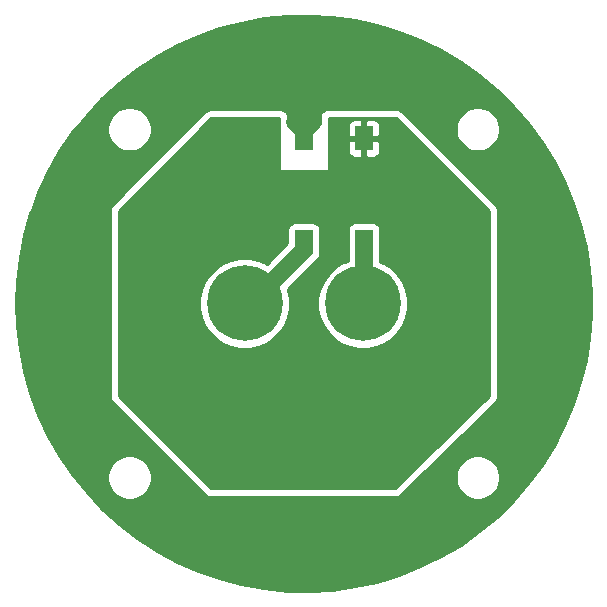
<source format=gbr>
%TF.GenerationSoftware,KiCad,Pcbnew,(5.1.9-0-10_14)*%
%TF.CreationDate,2021-08-05T12:05:48+01:00*%
%TF.ProjectId,gu10-12v-lamp,67753130-2d31-4327-962d-6c616d702e6b,rev?*%
%TF.SameCoordinates,Original*%
%TF.FileFunction,Copper,L2,Bot*%
%TF.FilePolarity,Positive*%
%FSLAX46Y46*%
G04 Gerber Fmt 4.6, Leading zero omitted, Abs format (unit mm)*
G04 Created by KiCad (PCBNEW (5.1.9-0-10_14)) date 2021-08-05 12:05:48*
%MOMM*%
%LPD*%
G01*
G04 APERTURE LIST*
%TA.AperFunction,ComponentPad*%
%ADD10C,0.800000*%
%TD*%
%TA.AperFunction,ComponentPad*%
%ADD11C,6.400000*%
%TD*%
%TA.AperFunction,SMDPad,CuDef*%
%ADD12R,1.500000X2.000000*%
%TD*%
%TA.AperFunction,ViaPad*%
%ADD13C,0.800000*%
%TD*%
%TA.AperFunction,ViaPad*%
%ADD14C,1.000000*%
%TD*%
%TA.AperFunction,Conductor*%
%ADD15C,1.500000*%
%TD*%
%TA.AperFunction,Conductor*%
%ADD16C,0.254000*%
%TD*%
%TA.AperFunction,Conductor*%
%ADD17C,0.100000*%
%TD*%
G04 APERTURE END LIST*
D10*
%TO.P,H2,1*%
%TO.N,Net-(D1-Pad3)*%
X156697056Y-98302944D03*
X155000000Y-97600000D03*
X153302944Y-98302944D03*
X152600000Y-100000000D03*
X153302944Y-101697056D03*
X155000000Y-102400000D03*
X156697056Y-101697056D03*
X157400000Y-100000000D03*
D11*
X155000000Y-100000000D03*
%TD*%
D10*
%TO.P,H1,1*%
%TO.N,Net-(D1-Pad4)*%
X146697056Y-98302944D03*
X145000000Y-97600000D03*
X143302944Y-98302944D03*
X142600000Y-100000000D03*
X143302944Y-101697056D03*
X145000000Y-102400000D03*
X146697056Y-101697056D03*
X147400000Y-100000000D03*
D11*
X145000000Y-100000000D03*
%TD*%
D12*
%TO.P,D1,4*%
%TO.N,Net-(D1-Pad4)*%
X150000000Y-94770000D03*
%TO.P,D1,3*%
%TO.N,Net-(D1-Pad3)*%
X155100000Y-94770000D03*
%TO.P,D1,2*%
%TO.N,GND*%
X155100000Y-86030000D03*
%TO.P,D1,1*%
%TO.N,+12V*%
X150000000Y-86030000D03*
%TD*%
D13*
%TO.N,GND*%
X158260000Y-88170000D03*
X159160000Y-87670000D03*
X159160000Y-86670000D03*
X158260000Y-87170000D03*
X158260000Y-86170000D03*
X160200000Y-92000000D03*
X161100000Y-90500000D03*
X158400000Y-90000000D03*
X162000000Y-91000000D03*
X162000000Y-90000000D03*
X158400000Y-92000000D03*
X158400000Y-91000000D03*
X160200000Y-90000000D03*
X161100000Y-91500000D03*
X159300000Y-91500000D03*
X160200000Y-91000000D03*
X159300000Y-90500000D03*
X138000000Y-108600000D03*
X139800000Y-108600000D03*
X138900000Y-110100000D03*
X141600000Y-110600000D03*
X138000000Y-109600000D03*
X138000000Y-110600000D03*
X141600000Y-108600000D03*
X141600000Y-109600000D03*
X139800000Y-110600000D03*
X138900000Y-109100000D03*
X140700000Y-109100000D03*
X139800000Y-109600000D03*
X140700000Y-110100000D03*
X141650000Y-92300000D03*
X139850000Y-92300000D03*
X140750000Y-90800000D03*
X141650000Y-91300000D03*
X141650000Y-90300000D03*
X139850000Y-90300000D03*
X140750000Y-91800000D03*
X138950000Y-91800000D03*
X139850000Y-91300000D03*
X138950000Y-90800000D03*
X160200000Y-110100000D03*
X161100000Y-108600000D03*
X158400000Y-108100000D03*
X158400000Y-110100000D03*
X158400000Y-109100000D03*
X160200000Y-108100000D03*
X161100000Y-109600000D03*
X159300000Y-109600000D03*
X160200000Y-109100000D03*
X159300000Y-108600000D03*
X155200000Y-105200000D03*
X155200000Y-104200000D03*
X155200000Y-106200000D03*
X156100000Y-104700000D03*
X154300000Y-104700000D03*
X156100000Y-105700000D03*
X153400000Y-105200000D03*
X153400000Y-104200000D03*
X153400000Y-106200000D03*
X154300000Y-105700000D03*
X157000000Y-105200000D03*
X157000000Y-106200000D03*
X146600000Y-93550000D03*
X146600000Y-94550000D03*
X146600000Y-95550000D03*
X145700000Y-95050000D03*
X145700000Y-94050000D03*
X144800000Y-93550000D03*
X144800000Y-94550000D03*
X144800000Y-95550000D03*
X143000000Y-94550000D03*
X143000000Y-93550000D03*
X143900000Y-94050000D03*
X143900000Y-95050000D03*
X162000000Y-92000000D03*
D14*
X150000000Y-101500000D03*
X150000000Y-100000000D03*
X150000000Y-98500000D03*
D13*
%TO.N,+12V*%
X151500000Y-119000000D03*
X148800000Y-118500000D03*
X149700000Y-117000000D03*
X151500000Y-118000000D03*
X149700000Y-118000000D03*
X147900000Y-119000000D03*
X147900000Y-117000000D03*
X150600000Y-117500000D03*
X147900000Y-118000000D03*
X151500000Y-117000000D03*
X148800000Y-117500000D03*
X150600000Y-118500000D03*
X149700000Y-119000000D03*
X131400000Y-99250000D03*
X130900000Y-98350000D03*
X130400000Y-99250000D03*
X131400000Y-101050000D03*
X131900000Y-100150000D03*
X129900000Y-100150000D03*
X129900000Y-98350000D03*
X131900000Y-101950000D03*
X129900000Y-101950000D03*
X130400000Y-101050000D03*
X131900000Y-98350000D03*
X130900000Y-100150000D03*
X130900000Y-101950000D03*
X168450000Y-100900000D03*
X168950000Y-101800000D03*
X169450000Y-100900000D03*
X168450000Y-99100000D03*
X167950000Y-100000000D03*
X169950000Y-100000000D03*
X169950000Y-101800000D03*
X167950000Y-98200000D03*
X169950000Y-98200000D03*
X169450000Y-99100000D03*
X167950000Y-101800000D03*
X168950000Y-100000000D03*
X168950000Y-98200000D03*
X151800000Y-82850000D03*
X150000000Y-82850000D03*
X150900000Y-81350000D03*
X148200000Y-80850000D03*
X151800000Y-81850000D03*
X151800000Y-80850000D03*
X148200000Y-82850000D03*
X148200000Y-81850000D03*
X150000000Y-80850000D03*
X150900000Y-82350000D03*
X149100000Y-82350000D03*
X150000000Y-81850000D03*
X149100000Y-81350000D03*
%TD*%
D15*
%TO.N,+12V*%
X150000000Y-85341039D02*
X149263150Y-84604189D01*
X150000000Y-86030000D02*
X150000000Y-85341039D01*
X150000000Y-85425506D02*
X150733650Y-84691856D01*
X150000000Y-86030000D02*
X150000000Y-85425506D01*
X150000000Y-86030000D02*
X150000000Y-82100000D01*
%TO.N,Net-(D1-Pad4)*%
X150000000Y-94770000D02*
X150000000Y-94850000D01*
X150000000Y-95500000D02*
X146700000Y-98800000D01*
X150000000Y-94770000D02*
X150000000Y-95500000D01*
%TO.N,Net-(D1-Pad3)*%
X155100000Y-94770000D02*
X155100000Y-98400000D01*
%TD*%
D16*
%TO.N,+12V*%
X152417822Y-75760294D02*
X154336027Y-76029016D01*
X156226819Y-76449290D01*
X158078243Y-77018460D01*
X159878594Y-77732926D01*
X161616489Y-78588171D01*
X163280940Y-79578790D01*
X164861426Y-80698517D01*
X166347952Y-81940275D01*
X167731122Y-83296212D01*
X169002190Y-84757756D01*
X170153120Y-86315667D01*
X171176635Y-87960094D01*
X172066265Y-89680641D01*
X172816385Y-91466431D01*
X173422252Y-93306172D01*
X173880036Y-95188234D01*
X174186843Y-97100718D01*
X174340733Y-99031532D01*
X174340733Y-100968468D01*
X174186843Y-102899282D01*
X173880036Y-104811766D01*
X173422252Y-106693828D01*
X172816385Y-108533569D01*
X172066265Y-110319359D01*
X171176635Y-112039906D01*
X170153120Y-113684333D01*
X169002190Y-115242244D01*
X167731122Y-116703788D01*
X166347952Y-118059725D01*
X164861426Y-119301483D01*
X163280940Y-120421210D01*
X161616489Y-121411829D01*
X159878594Y-122267074D01*
X158078243Y-122981540D01*
X156226819Y-123550710D01*
X154336027Y-123970984D01*
X152417822Y-124239706D01*
X150484330Y-124355177D01*
X148547776Y-124316666D01*
X146620404Y-124124418D01*
X144714398Y-123779647D01*
X142841810Y-123284534D01*
X141014478Y-122642208D01*
X139243955Y-121856731D01*
X137541436Y-120933069D01*
X135917683Y-119877061D01*
X134382964Y-118695384D01*
X132946981Y-117395509D01*
X131618812Y-115985654D01*
X130478736Y-114564344D01*
X133365000Y-114564344D01*
X133365000Y-114935656D01*
X133437439Y-115299834D01*
X133579534Y-115642882D01*
X133785825Y-115951618D01*
X134048382Y-116214175D01*
X134357118Y-116420466D01*
X134700166Y-116562561D01*
X135064344Y-116635000D01*
X135435656Y-116635000D01*
X135799834Y-116562561D01*
X136142882Y-116420466D01*
X136451618Y-116214175D01*
X136714175Y-115951618D01*
X136920466Y-115642882D01*
X137062561Y-115299834D01*
X137135000Y-114935656D01*
X137135000Y-114564344D01*
X137062561Y-114200166D01*
X136920466Y-113857118D01*
X136714175Y-113548382D01*
X136451618Y-113285825D01*
X136142882Y-113079534D01*
X135799834Y-112937439D01*
X135435656Y-112865000D01*
X135064344Y-112865000D01*
X134700166Y-112937439D01*
X134357118Y-113079534D01*
X134048382Y-113285825D01*
X133785825Y-113548382D01*
X133579534Y-113857118D01*
X133437439Y-114200166D01*
X133365000Y-114564344D01*
X130478736Y-114564344D01*
X130406855Y-114474732D01*
X129318772Y-112872297D01*
X128361443Y-111188478D01*
X127540919Y-109433923D01*
X126862389Y-107619723D01*
X126330143Y-105757349D01*
X125947545Y-103858575D01*
X125717014Y-101935405D01*
X125640008Y-100000000D01*
X125717014Y-98064595D01*
X125947545Y-96141425D01*
X126330143Y-94242651D01*
X126862389Y-92380277D01*
X126967215Y-92100000D01*
X133565000Y-92100000D01*
X133565000Y-107900000D01*
X133577201Y-108023882D01*
X133613336Y-108143004D01*
X133672017Y-108252787D01*
X133750987Y-108349013D01*
X141650987Y-116249013D01*
X141747213Y-116327983D01*
X141856996Y-116386664D01*
X141976118Y-116422799D01*
X142100000Y-116435000D01*
X157800000Y-116435000D01*
X157919963Y-116423565D01*
X158039310Y-116388180D01*
X158149460Y-116330192D01*
X158246180Y-116251828D01*
X159955024Y-114564344D01*
X162865000Y-114564344D01*
X162865000Y-114935656D01*
X162937439Y-115299834D01*
X163079534Y-115642882D01*
X163285825Y-115951618D01*
X163548382Y-116214175D01*
X163857118Y-116420466D01*
X164200166Y-116562561D01*
X164564344Y-116635000D01*
X164935656Y-116635000D01*
X165299834Y-116562561D01*
X165642882Y-116420466D01*
X165951618Y-116214175D01*
X166214175Y-115951618D01*
X166420466Y-115642882D01*
X166562561Y-115299834D01*
X166635000Y-114935656D01*
X166635000Y-114564344D01*
X166562561Y-114200166D01*
X166420466Y-113857118D01*
X166214175Y-113548382D01*
X165951618Y-113285825D01*
X165642882Y-113079534D01*
X165299834Y-112937439D01*
X164935656Y-112865000D01*
X164564344Y-112865000D01*
X164200166Y-112937439D01*
X163857118Y-113079534D01*
X163548382Y-113285825D01*
X163285825Y-113548382D01*
X163079534Y-113857118D01*
X162937439Y-114200166D01*
X162865000Y-114564344D01*
X159955024Y-114564344D01*
X166246180Y-108351828D01*
X166327983Y-108252787D01*
X166386664Y-108143004D01*
X166422799Y-108023882D01*
X166435000Y-107900000D01*
X166435000Y-92100000D01*
X166422799Y-91976118D01*
X166386664Y-91856996D01*
X166327983Y-91747213D01*
X166249013Y-91650987D01*
X159662370Y-85064344D01*
X162865000Y-85064344D01*
X162865000Y-85435656D01*
X162937439Y-85799834D01*
X163079534Y-86142882D01*
X163285825Y-86451618D01*
X163548382Y-86714175D01*
X163857118Y-86920466D01*
X164200166Y-87062561D01*
X164564344Y-87135000D01*
X164935656Y-87135000D01*
X165299834Y-87062561D01*
X165642882Y-86920466D01*
X165951618Y-86714175D01*
X166214175Y-86451618D01*
X166420466Y-86142882D01*
X166562561Y-85799834D01*
X166635000Y-85435656D01*
X166635000Y-85064344D01*
X166562561Y-84700166D01*
X166420466Y-84357118D01*
X166214175Y-84048382D01*
X165951618Y-83785825D01*
X165642882Y-83579534D01*
X165299834Y-83437439D01*
X164935656Y-83365000D01*
X164564344Y-83365000D01*
X164200166Y-83437439D01*
X163857118Y-83579534D01*
X163548382Y-83785825D01*
X163285825Y-84048382D01*
X163079534Y-84357118D01*
X162937439Y-84700166D01*
X162865000Y-85064344D01*
X159662370Y-85064344D01*
X158349013Y-83750987D01*
X158252787Y-83672017D01*
X158143004Y-83613336D01*
X158023882Y-83577201D01*
X157900000Y-83565000D01*
X151975000Y-83565000D01*
X151847660Y-83577899D01*
X151728741Y-83614696D01*
X151619285Y-83673985D01*
X151523500Y-83753489D01*
X151445065Y-83850152D01*
X151386996Y-83960259D01*
X151351523Y-84079579D01*
X151340010Y-84203528D01*
X151343315Y-84798389D01*
X151339502Y-84785820D01*
X151280537Y-84675506D01*
X151201185Y-84578815D01*
X151104494Y-84499463D01*
X150994180Y-84440498D01*
X150874482Y-84404188D01*
X150750000Y-84391928D01*
X149250000Y-84391928D01*
X149125518Y-84404188D01*
X149005820Y-84440498D01*
X148895506Y-84499463D01*
X148798815Y-84578815D01*
X148719463Y-84675506D01*
X148663236Y-84780698D01*
X148659990Y-84196472D01*
X148647799Y-84076118D01*
X148611664Y-83956996D01*
X148552983Y-83847213D01*
X148474013Y-83750987D01*
X148377787Y-83672017D01*
X148268004Y-83613336D01*
X148148882Y-83577201D01*
X148025000Y-83565000D01*
X142100000Y-83565000D01*
X141976118Y-83577201D01*
X141856996Y-83613336D01*
X141747213Y-83672017D01*
X141650987Y-83750987D01*
X133750987Y-91650987D01*
X133672017Y-91747213D01*
X133613336Y-91856996D01*
X133577201Y-91976118D01*
X133565000Y-92100000D01*
X126967215Y-92100000D01*
X127540919Y-90566077D01*
X128361443Y-88811522D01*
X129318772Y-87127703D01*
X130406855Y-85525268D01*
X130776576Y-85064344D01*
X133365000Y-85064344D01*
X133365000Y-85435656D01*
X133437439Y-85799834D01*
X133579534Y-86142882D01*
X133785825Y-86451618D01*
X134048382Y-86714175D01*
X134357118Y-86920466D01*
X134700166Y-87062561D01*
X135064344Y-87135000D01*
X135435656Y-87135000D01*
X135799834Y-87062561D01*
X136142882Y-86920466D01*
X136451618Y-86714175D01*
X136714175Y-86451618D01*
X136920466Y-86142882D01*
X137062561Y-85799834D01*
X137135000Y-85435656D01*
X137135000Y-85064344D01*
X137062561Y-84700166D01*
X136920466Y-84357118D01*
X136714175Y-84048382D01*
X136451618Y-83785825D01*
X136142882Y-83579534D01*
X135799834Y-83437439D01*
X135435656Y-83365000D01*
X135064344Y-83365000D01*
X134700166Y-83437439D01*
X134357118Y-83579534D01*
X134048382Y-83785825D01*
X133785825Y-84048382D01*
X133579534Y-84357118D01*
X133437439Y-84700166D01*
X133365000Y-85064344D01*
X130776576Y-85064344D01*
X131618812Y-84014346D01*
X132946981Y-82604491D01*
X134382964Y-81304616D01*
X135917683Y-80122939D01*
X137541436Y-79066931D01*
X139243955Y-78143269D01*
X141014478Y-77357792D01*
X142841810Y-76715466D01*
X144714398Y-76220353D01*
X146620404Y-75875582D01*
X148547776Y-75683334D01*
X150484330Y-75644823D01*
X152417822Y-75760294D01*
%TA.AperFunction,Conductor*%
D17*
G36*
X152417822Y-75760294D02*
G01*
X154336027Y-76029016D01*
X156226819Y-76449290D01*
X158078243Y-77018460D01*
X159878594Y-77732926D01*
X161616489Y-78588171D01*
X163280940Y-79578790D01*
X164861426Y-80698517D01*
X166347952Y-81940275D01*
X167731122Y-83296212D01*
X169002190Y-84757756D01*
X170153120Y-86315667D01*
X171176635Y-87960094D01*
X172066265Y-89680641D01*
X172816385Y-91466431D01*
X173422252Y-93306172D01*
X173880036Y-95188234D01*
X174186843Y-97100718D01*
X174340733Y-99031532D01*
X174340733Y-100968468D01*
X174186843Y-102899282D01*
X173880036Y-104811766D01*
X173422252Y-106693828D01*
X172816385Y-108533569D01*
X172066265Y-110319359D01*
X171176635Y-112039906D01*
X170153120Y-113684333D01*
X169002190Y-115242244D01*
X167731122Y-116703788D01*
X166347952Y-118059725D01*
X164861426Y-119301483D01*
X163280940Y-120421210D01*
X161616489Y-121411829D01*
X159878594Y-122267074D01*
X158078243Y-122981540D01*
X156226819Y-123550710D01*
X154336027Y-123970984D01*
X152417822Y-124239706D01*
X150484330Y-124355177D01*
X148547776Y-124316666D01*
X146620404Y-124124418D01*
X144714398Y-123779647D01*
X142841810Y-123284534D01*
X141014478Y-122642208D01*
X139243955Y-121856731D01*
X137541436Y-120933069D01*
X135917683Y-119877061D01*
X134382964Y-118695384D01*
X132946981Y-117395509D01*
X131618812Y-115985654D01*
X130478736Y-114564344D01*
X133365000Y-114564344D01*
X133365000Y-114935656D01*
X133437439Y-115299834D01*
X133579534Y-115642882D01*
X133785825Y-115951618D01*
X134048382Y-116214175D01*
X134357118Y-116420466D01*
X134700166Y-116562561D01*
X135064344Y-116635000D01*
X135435656Y-116635000D01*
X135799834Y-116562561D01*
X136142882Y-116420466D01*
X136451618Y-116214175D01*
X136714175Y-115951618D01*
X136920466Y-115642882D01*
X137062561Y-115299834D01*
X137135000Y-114935656D01*
X137135000Y-114564344D01*
X137062561Y-114200166D01*
X136920466Y-113857118D01*
X136714175Y-113548382D01*
X136451618Y-113285825D01*
X136142882Y-113079534D01*
X135799834Y-112937439D01*
X135435656Y-112865000D01*
X135064344Y-112865000D01*
X134700166Y-112937439D01*
X134357118Y-113079534D01*
X134048382Y-113285825D01*
X133785825Y-113548382D01*
X133579534Y-113857118D01*
X133437439Y-114200166D01*
X133365000Y-114564344D01*
X130478736Y-114564344D01*
X130406855Y-114474732D01*
X129318772Y-112872297D01*
X128361443Y-111188478D01*
X127540919Y-109433923D01*
X126862389Y-107619723D01*
X126330143Y-105757349D01*
X125947545Y-103858575D01*
X125717014Y-101935405D01*
X125640008Y-100000000D01*
X125717014Y-98064595D01*
X125947545Y-96141425D01*
X126330143Y-94242651D01*
X126862389Y-92380277D01*
X126967215Y-92100000D01*
X133565000Y-92100000D01*
X133565000Y-107900000D01*
X133577201Y-108023882D01*
X133613336Y-108143004D01*
X133672017Y-108252787D01*
X133750987Y-108349013D01*
X141650987Y-116249013D01*
X141747213Y-116327983D01*
X141856996Y-116386664D01*
X141976118Y-116422799D01*
X142100000Y-116435000D01*
X157800000Y-116435000D01*
X157919963Y-116423565D01*
X158039310Y-116388180D01*
X158149460Y-116330192D01*
X158246180Y-116251828D01*
X159955024Y-114564344D01*
X162865000Y-114564344D01*
X162865000Y-114935656D01*
X162937439Y-115299834D01*
X163079534Y-115642882D01*
X163285825Y-115951618D01*
X163548382Y-116214175D01*
X163857118Y-116420466D01*
X164200166Y-116562561D01*
X164564344Y-116635000D01*
X164935656Y-116635000D01*
X165299834Y-116562561D01*
X165642882Y-116420466D01*
X165951618Y-116214175D01*
X166214175Y-115951618D01*
X166420466Y-115642882D01*
X166562561Y-115299834D01*
X166635000Y-114935656D01*
X166635000Y-114564344D01*
X166562561Y-114200166D01*
X166420466Y-113857118D01*
X166214175Y-113548382D01*
X165951618Y-113285825D01*
X165642882Y-113079534D01*
X165299834Y-112937439D01*
X164935656Y-112865000D01*
X164564344Y-112865000D01*
X164200166Y-112937439D01*
X163857118Y-113079534D01*
X163548382Y-113285825D01*
X163285825Y-113548382D01*
X163079534Y-113857118D01*
X162937439Y-114200166D01*
X162865000Y-114564344D01*
X159955024Y-114564344D01*
X166246180Y-108351828D01*
X166327983Y-108252787D01*
X166386664Y-108143004D01*
X166422799Y-108023882D01*
X166435000Y-107900000D01*
X166435000Y-92100000D01*
X166422799Y-91976118D01*
X166386664Y-91856996D01*
X166327983Y-91747213D01*
X166249013Y-91650987D01*
X159662370Y-85064344D01*
X162865000Y-85064344D01*
X162865000Y-85435656D01*
X162937439Y-85799834D01*
X163079534Y-86142882D01*
X163285825Y-86451618D01*
X163548382Y-86714175D01*
X163857118Y-86920466D01*
X164200166Y-87062561D01*
X164564344Y-87135000D01*
X164935656Y-87135000D01*
X165299834Y-87062561D01*
X165642882Y-86920466D01*
X165951618Y-86714175D01*
X166214175Y-86451618D01*
X166420466Y-86142882D01*
X166562561Y-85799834D01*
X166635000Y-85435656D01*
X166635000Y-85064344D01*
X166562561Y-84700166D01*
X166420466Y-84357118D01*
X166214175Y-84048382D01*
X165951618Y-83785825D01*
X165642882Y-83579534D01*
X165299834Y-83437439D01*
X164935656Y-83365000D01*
X164564344Y-83365000D01*
X164200166Y-83437439D01*
X163857118Y-83579534D01*
X163548382Y-83785825D01*
X163285825Y-84048382D01*
X163079534Y-84357118D01*
X162937439Y-84700166D01*
X162865000Y-85064344D01*
X159662370Y-85064344D01*
X158349013Y-83750987D01*
X158252787Y-83672017D01*
X158143004Y-83613336D01*
X158023882Y-83577201D01*
X157900000Y-83565000D01*
X151975000Y-83565000D01*
X151847660Y-83577899D01*
X151728741Y-83614696D01*
X151619285Y-83673985D01*
X151523500Y-83753489D01*
X151445065Y-83850152D01*
X151386996Y-83960259D01*
X151351523Y-84079579D01*
X151340010Y-84203528D01*
X151343315Y-84798389D01*
X151339502Y-84785820D01*
X151280537Y-84675506D01*
X151201185Y-84578815D01*
X151104494Y-84499463D01*
X150994180Y-84440498D01*
X150874482Y-84404188D01*
X150750000Y-84391928D01*
X149250000Y-84391928D01*
X149125518Y-84404188D01*
X149005820Y-84440498D01*
X148895506Y-84499463D01*
X148798815Y-84578815D01*
X148719463Y-84675506D01*
X148663236Y-84780698D01*
X148659990Y-84196472D01*
X148647799Y-84076118D01*
X148611664Y-83956996D01*
X148552983Y-83847213D01*
X148474013Y-83750987D01*
X148377787Y-83672017D01*
X148268004Y-83613336D01*
X148148882Y-83577201D01*
X148025000Y-83565000D01*
X142100000Y-83565000D01*
X141976118Y-83577201D01*
X141856996Y-83613336D01*
X141747213Y-83672017D01*
X141650987Y-83750987D01*
X133750987Y-91650987D01*
X133672017Y-91747213D01*
X133613336Y-91856996D01*
X133577201Y-91976118D01*
X133565000Y-92100000D01*
X126967215Y-92100000D01*
X127540919Y-90566077D01*
X128361443Y-88811522D01*
X129318772Y-87127703D01*
X130406855Y-85525268D01*
X130776576Y-85064344D01*
X133365000Y-85064344D01*
X133365000Y-85435656D01*
X133437439Y-85799834D01*
X133579534Y-86142882D01*
X133785825Y-86451618D01*
X134048382Y-86714175D01*
X134357118Y-86920466D01*
X134700166Y-87062561D01*
X135064344Y-87135000D01*
X135435656Y-87135000D01*
X135799834Y-87062561D01*
X136142882Y-86920466D01*
X136451618Y-86714175D01*
X136714175Y-86451618D01*
X136920466Y-86142882D01*
X137062561Y-85799834D01*
X137135000Y-85435656D01*
X137135000Y-85064344D01*
X137062561Y-84700166D01*
X136920466Y-84357118D01*
X136714175Y-84048382D01*
X136451618Y-83785825D01*
X136142882Y-83579534D01*
X135799834Y-83437439D01*
X135435656Y-83365000D01*
X135064344Y-83365000D01*
X134700166Y-83437439D01*
X134357118Y-83579534D01*
X134048382Y-83785825D01*
X133785825Y-84048382D01*
X133579534Y-84357118D01*
X133437439Y-84700166D01*
X133365000Y-85064344D01*
X130776576Y-85064344D01*
X131618812Y-84014346D01*
X132946981Y-82604491D01*
X134382964Y-81304616D01*
X135917683Y-80122939D01*
X137541436Y-79066931D01*
X139243955Y-78143269D01*
X141014478Y-77357792D01*
X142841810Y-76715466D01*
X144714398Y-76220353D01*
X146620404Y-75875582D01*
X148547776Y-75683334D01*
X150484330Y-75644823D01*
X152417822Y-75760294D01*
G37*
%TD.AperFunction*%
%TD*%
D16*
%TO.N,GND*%
X147898726Y-84330916D02*
X147898190Y-84332682D01*
X147871450Y-84604189D01*
X147898190Y-84875696D01*
X147901819Y-84887658D01*
X147923002Y-88700706D01*
X147925580Y-88725468D01*
X147932939Y-88749252D01*
X147944797Y-88771143D01*
X147960698Y-88790300D01*
X147980030Y-88805987D01*
X148002052Y-88817601D01*
X148025916Y-88824695D01*
X148050000Y-88827000D01*
X152000000Y-88827000D01*
X152024776Y-88824560D01*
X152048601Y-88817333D01*
X152070557Y-88805597D01*
X152089803Y-88789803D01*
X152105597Y-88770557D01*
X152117333Y-88748601D01*
X152124560Y-88724776D01*
X152126998Y-88699294D01*
X152117725Y-87030000D01*
X153711928Y-87030000D01*
X153724188Y-87154482D01*
X153760498Y-87274180D01*
X153819463Y-87384494D01*
X153898815Y-87481185D01*
X153995506Y-87560537D01*
X154105820Y-87619502D01*
X154225518Y-87655812D01*
X154350000Y-87668072D01*
X154814250Y-87665000D01*
X154973000Y-87506250D01*
X154973000Y-86157000D01*
X155227000Y-86157000D01*
X155227000Y-87506250D01*
X155385750Y-87665000D01*
X155850000Y-87668072D01*
X155974482Y-87655812D01*
X156094180Y-87619502D01*
X156204494Y-87560537D01*
X156301185Y-87481185D01*
X156380537Y-87384494D01*
X156439502Y-87274180D01*
X156475812Y-87154482D01*
X156488072Y-87030000D01*
X156485000Y-86315750D01*
X156326250Y-86157000D01*
X155227000Y-86157000D01*
X154973000Y-86157000D01*
X153873750Y-86157000D01*
X153715000Y-86315750D01*
X153711928Y-87030000D01*
X152117725Y-87030000D01*
X152106613Y-85030000D01*
X153711928Y-85030000D01*
X153715000Y-85744250D01*
X153873750Y-85903000D01*
X154973000Y-85903000D01*
X154973000Y-84553750D01*
X155227000Y-84553750D01*
X155227000Y-85903000D01*
X156326250Y-85903000D01*
X156485000Y-85744250D01*
X156488072Y-85030000D01*
X156475812Y-84905518D01*
X156439502Y-84785820D01*
X156380537Y-84675506D01*
X156301185Y-84578815D01*
X156204494Y-84499463D01*
X156094180Y-84440498D01*
X155974482Y-84404188D01*
X155850000Y-84391928D01*
X155385750Y-84395000D01*
X155227000Y-84553750D01*
X154973000Y-84553750D01*
X154814250Y-84395000D01*
X154350000Y-84391928D01*
X154225518Y-84404188D01*
X154105820Y-84440498D01*
X153995506Y-84499463D01*
X153898815Y-84578815D01*
X153819463Y-84675506D01*
X153760498Y-84785820D01*
X153724188Y-84905518D01*
X153711928Y-85030000D01*
X152106613Y-85030000D01*
X152105835Y-84890005D01*
X152125350Y-84691856D01*
X152103502Y-84470016D01*
X152102707Y-84327000D01*
X157847394Y-84327000D01*
X165673000Y-92152606D01*
X165673000Y-107846926D01*
X157747862Y-115673000D01*
X142152606Y-115673000D01*
X134327000Y-107847394D01*
X134327000Y-99622285D01*
X141165000Y-99622285D01*
X141165000Y-100377715D01*
X141312377Y-101118628D01*
X141601467Y-101816554D01*
X142021161Y-102444670D01*
X142555330Y-102978839D01*
X143183446Y-103398533D01*
X143881372Y-103687623D01*
X144622285Y-103835000D01*
X145377715Y-103835000D01*
X146118628Y-103687623D01*
X146816554Y-103398533D01*
X147444670Y-102978839D01*
X147978839Y-102444670D01*
X148398533Y-101816554D01*
X148687623Y-101118628D01*
X148835000Y-100377715D01*
X148835000Y-99622285D01*
X151165000Y-99622285D01*
X151165000Y-100377715D01*
X151312377Y-101118628D01*
X151601467Y-101816554D01*
X152021161Y-102444670D01*
X152555330Y-102978839D01*
X153183446Y-103398533D01*
X153881372Y-103687623D01*
X154622285Y-103835000D01*
X155377715Y-103835000D01*
X156118628Y-103687623D01*
X156816554Y-103398533D01*
X157444670Y-102978839D01*
X157978839Y-102444670D01*
X158398533Y-101816554D01*
X158687623Y-101118628D01*
X158835000Y-100377715D01*
X158835000Y-99622285D01*
X158687623Y-98881372D01*
X158398533Y-98183446D01*
X157978839Y-97555330D01*
X157444670Y-97021161D01*
X156816554Y-96601467D01*
X156485000Y-96464133D01*
X156485000Y-95801192D01*
X156488072Y-95770000D01*
X156488072Y-93770000D01*
X156475812Y-93645518D01*
X156439502Y-93525820D01*
X156380537Y-93415506D01*
X156301185Y-93318815D01*
X156204494Y-93239463D01*
X156094180Y-93180498D01*
X155974482Y-93144188D01*
X155850000Y-93131928D01*
X154350000Y-93131928D01*
X154225518Y-93144188D01*
X154105820Y-93180498D01*
X153995506Y-93239463D01*
X153898815Y-93318815D01*
X153819463Y-93415506D01*
X153760498Y-93525820D01*
X153724188Y-93645518D01*
X153711928Y-93770000D01*
X153711928Y-95770000D01*
X153715000Y-95801195D01*
X153715000Y-96381290D01*
X153183446Y-96601467D01*
X152555330Y-97021161D01*
X152021161Y-97555330D01*
X151601467Y-98183446D01*
X151312377Y-98881372D01*
X151165000Y-99622285D01*
X148835000Y-99622285D01*
X148687623Y-98881372D01*
X148655314Y-98803371D01*
X150931236Y-96527450D01*
X150984081Y-96484081D01*
X151046461Y-96408072D01*
X151157157Y-96273188D01*
X151172269Y-96244916D01*
X151201185Y-96221185D01*
X151280537Y-96124494D01*
X151339502Y-96014180D01*
X151375812Y-95894482D01*
X151388072Y-95770000D01*
X151388072Y-95536837D01*
X151391700Y-95500000D01*
X151388072Y-95463163D01*
X151388072Y-93770000D01*
X151375812Y-93645518D01*
X151339502Y-93525820D01*
X151280537Y-93415506D01*
X151201185Y-93318815D01*
X151104494Y-93239463D01*
X150994180Y-93180498D01*
X150874482Y-93144188D01*
X150750000Y-93131928D01*
X149250000Y-93131928D01*
X149125518Y-93144188D01*
X149005820Y-93180498D01*
X148895506Y-93239463D01*
X148798815Y-93318815D01*
X148719463Y-93415506D01*
X148660498Y-93525820D01*
X148624188Y-93645518D01*
X148611928Y-93770000D01*
X148611928Y-94929386D01*
X146890463Y-96650852D01*
X146816554Y-96601467D01*
X146118628Y-96312377D01*
X145377715Y-96165000D01*
X144622285Y-96165000D01*
X143881372Y-96312377D01*
X143183446Y-96601467D01*
X142555330Y-97021161D01*
X142021161Y-97555330D01*
X141601467Y-98183446D01*
X141312377Y-98881372D01*
X141165000Y-99622285D01*
X134327000Y-99622285D01*
X134327000Y-92152606D01*
X142152606Y-84327000D01*
X147898704Y-84327000D01*
X147898726Y-84330916D01*
%TA.AperFunction,Conductor*%
D17*
G36*
X147898726Y-84330916D02*
G01*
X147898190Y-84332682D01*
X147871450Y-84604189D01*
X147898190Y-84875696D01*
X147901819Y-84887658D01*
X147923002Y-88700706D01*
X147925580Y-88725468D01*
X147932939Y-88749252D01*
X147944797Y-88771143D01*
X147960698Y-88790300D01*
X147980030Y-88805987D01*
X148002052Y-88817601D01*
X148025916Y-88824695D01*
X148050000Y-88827000D01*
X152000000Y-88827000D01*
X152024776Y-88824560D01*
X152048601Y-88817333D01*
X152070557Y-88805597D01*
X152089803Y-88789803D01*
X152105597Y-88770557D01*
X152117333Y-88748601D01*
X152124560Y-88724776D01*
X152126998Y-88699294D01*
X152117725Y-87030000D01*
X153711928Y-87030000D01*
X153724188Y-87154482D01*
X153760498Y-87274180D01*
X153819463Y-87384494D01*
X153898815Y-87481185D01*
X153995506Y-87560537D01*
X154105820Y-87619502D01*
X154225518Y-87655812D01*
X154350000Y-87668072D01*
X154814250Y-87665000D01*
X154973000Y-87506250D01*
X154973000Y-86157000D01*
X155227000Y-86157000D01*
X155227000Y-87506250D01*
X155385750Y-87665000D01*
X155850000Y-87668072D01*
X155974482Y-87655812D01*
X156094180Y-87619502D01*
X156204494Y-87560537D01*
X156301185Y-87481185D01*
X156380537Y-87384494D01*
X156439502Y-87274180D01*
X156475812Y-87154482D01*
X156488072Y-87030000D01*
X156485000Y-86315750D01*
X156326250Y-86157000D01*
X155227000Y-86157000D01*
X154973000Y-86157000D01*
X153873750Y-86157000D01*
X153715000Y-86315750D01*
X153711928Y-87030000D01*
X152117725Y-87030000D01*
X152106613Y-85030000D01*
X153711928Y-85030000D01*
X153715000Y-85744250D01*
X153873750Y-85903000D01*
X154973000Y-85903000D01*
X154973000Y-84553750D01*
X155227000Y-84553750D01*
X155227000Y-85903000D01*
X156326250Y-85903000D01*
X156485000Y-85744250D01*
X156488072Y-85030000D01*
X156475812Y-84905518D01*
X156439502Y-84785820D01*
X156380537Y-84675506D01*
X156301185Y-84578815D01*
X156204494Y-84499463D01*
X156094180Y-84440498D01*
X155974482Y-84404188D01*
X155850000Y-84391928D01*
X155385750Y-84395000D01*
X155227000Y-84553750D01*
X154973000Y-84553750D01*
X154814250Y-84395000D01*
X154350000Y-84391928D01*
X154225518Y-84404188D01*
X154105820Y-84440498D01*
X153995506Y-84499463D01*
X153898815Y-84578815D01*
X153819463Y-84675506D01*
X153760498Y-84785820D01*
X153724188Y-84905518D01*
X153711928Y-85030000D01*
X152106613Y-85030000D01*
X152105835Y-84890005D01*
X152125350Y-84691856D01*
X152103502Y-84470016D01*
X152102707Y-84327000D01*
X157847394Y-84327000D01*
X165673000Y-92152606D01*
X165673000Y-107846926D01*
X157747862Y-115673000D01*
X142152606Y-115673000D01*
X134327000Y-107847394D01*
X134327000Y-99622285D01*
X141165000Y-99622285D01*
X141165000Y-100377715D01*
X141312377Y-101118628D01*
X141601467Y-101816554D01*
X142021161Y-102444670D01*
X142555330Y-102978839D01*
X143183446Y-103398533D01*
X143881372Y-103687623D01*
X144622285Y-103835000D01*
X145377715Y-103835000D01*
X146118628Y-103687623D01*
X146816554Y-103398533D01*
X147444670Y-102978839D01*
X147978839Y-102444670D01*
X148398533Y-101816554D01*
X148687623Y-101118628D01*
X148835000Y-100377715D01*
X148835000Y-99622285D01*
X151165000Y-99622285D01*
X151165000Y-100377715D01*
X151312377Y-101118628D01*
X151601467Y-101816554D01*
X152021161Y-102444670D01*
X152555330Y-102978839D01*
X153183446Y-103398533D01*
X153881372Y-103687623D01*
X154622285Y-103835000D01*
X155377715Y-103835000D01*
X156118628Y-103687623D01*
X156816554Y-103398533D01*
X157444670Y-102978839D01*
X157978839Y-102444670D01*
X158398533Y-101816554D01*
X158687623Y-101118628D01*
X158835000Y-100377715D01*
X158835000Y-99622285D01*
X158687623Y-98881372D01*
X158398533Y-98183446D01*
X157978839Y-97555330D01*
X157444670Y-97021161D01*
X156816554Y-96601467D01*
X156485000Y-96464133D01*
X156485000Y-95801192D01*
X156488072Y-95770000D01*
X156488072Y-93770000D01*
X156475812Y-93645518D01*
X156439502Y-93525820D01*
X156380537Y-93415506D01*
X156301185Y-93318815D01*
X156204494Y-93239463D01*
X156094180Y-93180498D01*
X155974482Y-93144188D01*
X155850000Y-93131928D01*
X154350000Y-93131928D01*
X154225518Y-93144188D01*
X154105820Y-93180498D01*
X153995506Y-93239463D01*
X153898815Y-93318815D01*
X153819463Y-93415506D01*
X153760498Y-93525820D01*
X153724188Y-93645518D01*
X153711928Y-93770000D01*
X153711928Y-95770000D01*
X153715000Y-95801195D01*
X153715000Y-96381290D01*
X153183446Y-96601467D01*
X152555330Y-97021161D01*
X152021161Y-97555330D01*
X151601467Y-98183446D01*
X151312377Y-98881372D01*
X151165000Y-99622285D01*
X148835000Y-99622285D01*
X148687623Y-98881372D01*
X148655314Y-98803371D01*
X150931236Y-96527450D01*
X150984081Y-96484081D01*
X151046461Y-96408072D01*
X151157157Y-96273188D01*
X151172269Y-96244916D01*
X151201185Y-96221185D01*
X151280537Y-96124494D01*
X151339502Y-96014180D01*
X151375812Y-95894482D01*
X151388072Y-95770000D01*
X151388072Y-95536837D01*
X151391700Y-95500000D01*
X151388072Y-95463163D01*
X151388072Y-93770000D01*
X151375812Y-93645518D01*
X151339502Y-93525820D01*
X151280537Y-93415506D01*
X151201185Y-93318815D01*
X151104494Y-93239463D01*
X150994180Y-93180498D01*
X150874482Y-93144188D01*
X150750000Y-93131928D01*
X149250000Y-93131928D01*
X149125518Y-93144188D01*
X149005820Y-93180498D01*
X148895506Y-93239463D01*
X148798815Y-93318815D01*
X148719463Y-93415506D01*
X148660498Y-93525820D01*
X148624188Y-93645518D01*
X148611928Y-93770000D01*
X148611928Y-94929386D01*
X146890463Y-96650852D01*
X146816554Y-96601467D01*
X146118628Y-96312377D01*
X145377715Y-96165000D01*
X144622285Y-96165000D01*
X143881372Y-96312377D01*
X143183446Y-96601467D01*
X142555330Y-97021161D01*
X142021161Y-97555330D01*
X141601467Y-98183446D01*
X141312377Y-98881372D01*
X141165000Y-99622285D01*
X134327000Y-99622285D01*
X134327000Y-92152606D01*
X142152606Y-84327000D01*
X147898704Y-84327000D01*
X147898726Y-84330916D01*
G37*
%TD.AperFunction*%
%TD*%
M02*

</source>
